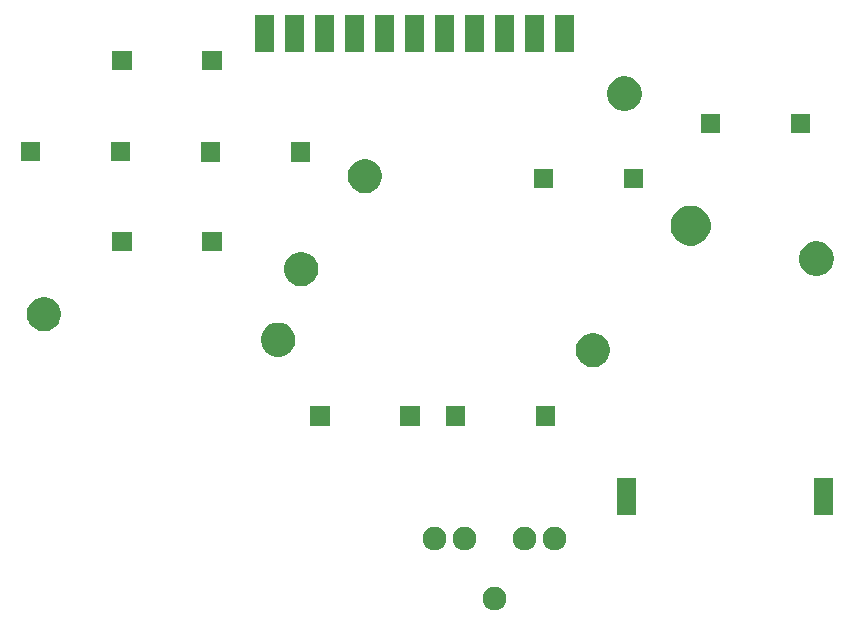
<source format=gbr>
G04 #@! TF.GenerationSoftware,KiCad,Pcbnew,5.0.2+dfsg1-1~bpo9+1*
G04 #@! TF.CreationDate,2020-07-02T14:44:30+01:00*
G04 #@! TF.ProjectId,gbc_outline_basic,6762635f-6f75-4746-9c69-6e655f626173,rev?*
G04 #@! TF.SameCoordinates,Original*
G04 #@! TF.FileFunction,Soldermask,Top*
G04 #@! TF.FilePolarity,Negative*
%FSLAX46Y46*%
G04 Gerber Fmt 4.6, Leading zero omitted, Abs format (unit mm)*
G04 Created by KiCad (PCBNEW 5.0.2+dfsg1-1~bpo9+1) date Thu 02 Jul 2020 14:44:30 BST*
%MOMM*%
%LPD*%
G01*
G04 APERTURE LIST*
%ADD10C,0.100000*%
G04 APERTURE END LIST*
D10*
G36*
X104970461Y-161429828D02*
X105152630Y-161505285D01*
X105316583Y-161614835D01*
X105456005Y-161754257D01*
X105565555Y-161918210D01*
X105641012Y-162100379D01*
X105679480Y-162293770D01*
X105679480Y-162490950D01*
X105641012Y-162684341D01*
X105565555Y-162866510D01*
X105456005Y-163030463D01*
X105316583Y-163169885D01*
X105152630Y-163279435D01*
X104970461Y-163354892D01*
X104777070Y-163393360D01*
X104579890Y-163393360D01*
X104386499Y-163354892D01*
X104204330Y-163279435D01*
X104040377Y-163169885D01*
X103900955Y-163030463D01*
X103791405Y-162866510D01*
X103715948Y-162684341D01*
X103677480Y-162490950D01*
X103677480Y-162293770D01*
X103715948Y-162100379D01*
X103791405Y-161918210D01*
X103900955Y-161754257D01*
X104040377Y-161614835D01*
X104204330Y-161505285D01*
X104386499Y-161429828D01*
X104579890Y-161391360D01*
X104777070Y-161391360D01*
X104970461Y-161429828D01*
X104970461Y-161429828D01*
G37*
G36*
X110050461Y-156349828D02*
X110232630Y-156425285D01*
X110396583Y-156534835D01*
X110536005Y-156674257D01*
X110645555Y-156838210D01*
X110721012Y-157020379D01*
X110759480Y-157213770D01*
X110759480Y-157410950D01*
X110721012Y-157604341D01*
X110645555Y-157786510D01*
X110536005Y-157950463D01*
X110396583Y-158089885D01*
X110232630Y-158199435D01*
X110050461Y-158274892D01*
X109857070Y-158313360D01*
X109659890Y-158313360D01*
X109466499Y-158274892D01*
X109284330Y-158199435D01*
X109120377Y-158089885D01*
X108980955Y-157950463D01*
X108871405Y-157786510D01*
X108795948Y-157604341D01*
X108757480Y-157410950D01*
X108757480Y-157213770D01*
X108795948Y-157020379D01*
X108871405Y-156838210D01*
X108980955Y-156674257D01*
X109120377Y-156534835D01*
X109284330Y-156425285D01*
X109466499Y-156349828D01*
X109659890Y-156311360D01*
X109857070Y-156311360D01*
X110050461Y-156349828D01*
X110050461Y-156349828D01*
G37*
G36*
X99890461Y-156349828D02*
X100072630Y-156425285D01*
X100236583Y-156534835D01*
X100376005Y-156674257D01*
X100485555Y-156838210D01*
X100561012Y-157020379D01*
X100599480Y-157213770D01*
X100599480Y-157410950D01*
X100561012Y-157604341D01*
X100485555Y-157786510D01*
X100376005Y-157950463D01*
X100236583Y-158089885D01*
X100072630Y-158199435D01*
X99890461Y-158274892D01*
X99697070Y-158313360D01*
X99499890Y-158313360D01*
X99306499Y-158274892D01*
X99124330Y-158199435D01*
X98960377Y-158089885D01*
X98820955Y-157950463D01*
X98711405Y-157786510D01*
X98635948Y-157604341D01*
X98597480Y-157410950D01*
X98597480Y-157213770D01*
X98635948Y-157020379D01*
X98711405Y-156838210D01*
X98820955Y-156674257D01*
X98960377Y-156534835D01*
X99124330Y-156425285D01*
X99306499Y-156349828D01*
X99499890Y-156311360D01*
X99697070Y-156311360D01*
X99890461Y-156349828D01*
X99890461Y-156349828D01*
G37*
G36*
X107510461Y-156349828D02*
X107692630Y-156425285D01*
X107856583Y-156534835D01*
X107996005Y-156674257D01*
X108105555Y-156838210D01*
X108181012Y-157020379D01*
X108219480Y-157213770D01*
X108219480Y-157410950D01*
X108181012Y-157604341D01*
X108105555Y-157786510D01*
X107996005Y-157950463D01*
X107856583Y-158089885D01*
X107692630Y-158199435D01*
X107510461Y-158274892D01*
X107317070Y-158313360D01*
X107119890Y-158313360D01*
X106926499Y-158274892D01*
X106744330Y-158199435D01*
X106580377Y-158089885D01*
X106440955Y-157950463D01*
X106331405Y-157786510D01*
X106255948Y-157604341D01*
X106217480Y-157410950D01*
X106217480Y-157213770D01*
X106255948Y-157020379D01*
X106331405Y-156838210D01*
X106440955Y-156674257D01*
X106580377Y-156534835D01*
X106744330Y-156425285D01*
X106926499Y-156349828D01*
X107119890Y-156311360D01*
X107317070Y-156311360D01*
X107510461Y-156349828D01*
X107510461Y-156349828D01*
G37*
G36*
X102430461Y-156349828D02*
X102612630Y-156425285D01*
X102776583Y-156534835D01*
X102916005Y-156674257D01*
X103025555Y-156838210D01*
X103101012Y-157020379D01*
X103139480Y-157213770D01*
X103139480Y-157410950D01*
X103101012Y-157604341D01*
X103025555Y-157786510D01*
X102916005Y-157950463D01*
X102776583Y-158089885D01*
X102612630Y-158199435D01*
X102430461Y-158274892D01*
X102237070Y-158313360D01*
X102039890Y-158313360D01*
X101846499Y-158274892D01*
X101664330Y-158199435D01*
X101500377Y-158089885D01*
X101360955Y-157950463D01*
X101251405Y-157786510D01*
X101175948Y-157604341D01*
X101137480Y-157410950D01*
X101137480Y-157213770D01*
X101175948Y-157020379D01*
X101251405Y-156838210D01*
X101360955Y-156674257D01*
X101500377Y-156534835D01*
X101664330Y-156425285D01*
X101846499Y-156349828D01*
X102039890Y-156311360D01*
X102237070Y-156311360D01*
X102430461Y-156349828D01*
X102430461Y-156349828D01*
G37*
G36*
X133357820Y-155320060D02*
X131731820Y-155320060D01*
X131731820Y-152218060D01*
X133357820Y-152218060D01*
X133357820Y-155320060D01*
X133357820Y-155320060D01*
G37*
G36*
X116657320Y-155320060D02*
X115031320Y-155320060D01*
X115031320Y-152218060D01*
X116657320Y-152218060D01*
X116657320Y-155320060D01*
X116657320Y-155320060D01*
G37*
G36*
X109794240Y-147736760D02*
X108168240Y-147736760D01*
X108168240Y-146110760D01*
X109794240Y-146110760D01*
X109794240Y-147736760D01*
X109794240Y-147736760D01*
G37*
G36*
X102174240Y-147736760D02*
X100548240Y-147736760D01*
X100548240Y-146110760D01*
X102174240Y-146110760D01*
X102174240Y-147736760D01*
X102174240Y-147736760D01*
G37*
G36*
X90723920Y-147731680D02*
X89097920Y-147731680D01*
X89097920Y-146105680D01*
X90723920Y-146105680D01*
X90723920Y-147731680D01*
X90723920Y-147731680D01*
G37*
G36*
X98343920Y-147731680D02*
X96717920Y-147731680D01*
X96717920Y-146105680D01*
X98343920Y-146105680D01*
X98343920Y-147731680D01*
X98343920Y-147731680D01*
G37*
G36*
X113440538Y-139953220D02*
X113440540Y-139953221D01*
X113440541Y-139953221D01*
X113704606Y-140062600D01*
X113704607Y-140062601D01*
X113942262Y-140221397D01*
X114144363Y-140423498D01*
X114144365Y-140423501D01*
X114303160Y-140661154D01*
X114412539Y-140925219D01*
X114412540Y-140925222D01*
X114468300Y-141205548D01*
X114468300Y-141491372D01*
X114417282Y-141747860D01*
X114412539Y-141771701D01*
X114303160Y-142035766D01*
X114303159Y-142035767D01*
X114144363Y-142273422D01*
X113942262Y-142475523D01*
X113942259Y-142475525D01*
X113704606Y-142634320D01*
X113440541Y-142743699D01*
X113440540Y-142743699D01*
X113440538Y-142743700D01*
X113160212Y-142799460D01*
X112874388Y-142799460D01*
X112594062Y-142743700D01*
X112594060Y-142743699D01*
X112594059Y-142743699D01*
X112329994Y-142634320D01*
X112092341Y-142475525D01*
X112092338Y-142475523D01*
X111890237Y-142273422D01*
X111731441Y-142035767D01*
X111731440Y-142035766D01*
X111622061Y-141771701D01*
X111617319Y-141747860D01*
X111566300Y-141491372D01*
X111566300Y-141205548D01*
X111622060Y-140925222D01*
X111622061Y-140925219D01*
X111731440Y-140661154D01*
X111890235Y-140423501D01*
X111890237Y-140423498D01*
X112092338Y-140221397D01*
X112329993Y-140062601D01*
X112329994Y-140062600D01*
X112594059Y-139953221D01*
X112594060Y-139953221D01*
X112594062Y-139953220D01*
X112874388Y-139897460D01*
X113160212Y-139897460D01*
X113440538Y-139953220D01*
X113440538Y-139953220D01*
G37*
G36*
X86783238Y-139066760D02*
X86783240Y-139066761D01*
X86783241Y-139066761D01*
X87047306Y-139176140D01*
X87281754Y-139332794D01*
X87284962Y-139334937D01*
X87487063Y-139537038D01*
X87487065Y-139537041D01*
X87645860Y-139774694D01*
X87719808Y-139953221D01*
X87755240Y-140038762D01*
X87791568Y-140221397D01*
X87811000Y-140319089D01*
X87811000Y-140604911D01*
X87755239Y-140885241D01*
X87645860Y-141149306D01*
X87489206Y-141383754D01*
X87487063Y-141386962D01*
X87284962Y-141589063D01*
X87284959Y-141589065D01*
X87047306Y-141747860D01*
X86783241Y-141857239D01*
X86783240Y-141857239D01*
X86783238Y-141857240D01*
X86502912Y-141913000D01*
X86217088Y-141913000D01*
X85936762Y-141857240D01*
X85936760Y-141857239D01*
X85936759Y-141857239D01*
X85672694Y-141747860D01*
X85435041Y-141589065D01*
X85435038Y-141589063D01*
X85232937Y-141386962D01*
X85230794Y-141383754D01*
X85074140Y-141149306D01*
X84964761Y-140885241D01*
X84909000Y-140604911D01*
X84909000Y-140319089D01*
X84928432Y-140221397D01*
X84964760Y-140038762D01*
X85000192Y-139953221D01*
X85074140Y-139774694D01*
X85232935Y-139537041D01*
X85232937Y-139537038D01*
X85435038Y-139334937D01*
X85438246Y-139332794D01*
X85672694Y-139176140D01*
X85936759Y-139066761D01*
X85936760Y-139066761D01*
X85936762Y-139066760D01*
X86217088Y-139011000D01*
X86502912Y-139011000D01*
X86783238Y-139066760D01*
X86783238Y-139066760D01*
G37*
G36*
X66958538Y-136905220D02*
X66958540Y-136905221D01*
X66958541Y-136905221D01*
X67222606Y-137014600D01*
X67222607Y-137014601D01*
X67460262Y-137173397D01*
X67662363Y-137375498D01*
X67662365Y-137375501D01*
X67821160Y-137613154D01*
X67930539Y-137877219D01*
X67986300Y-138157549D01*
X67986300Y-138443371D01*
X67930539Y-138723701D01*
X67821160Y-138987766D01*
X67768378Y-139066760D01*
X67662363Y-139225422D01*
X67460262Y-139427523D01*
X67460259Y-139427525D01*
X67222606Y-139586320D01*
X66958541Y-139695699D01*
X66958540Y-139695699D01*
X66958538Y-139695700D01*
X66678212Y-139751460D01*
X66392388Y-139751460D01*
X66112062Y-139695700D01*
X66112060Y-139695699D01*
X66112059Y-139695699D01*
X65847994Y-139586320D01*
X65610341Y-139427525D01*
X65610338Y-139427523D01*
X65408237Y-139225422D01*
X65302222Y-139066760D01*
X65249440Y-138987766D01*
X65140061Y-138723701D01*
X65084300Y-138443371D01*
X65084300Y-138157549D01*
X65140061Y-137877219D01*
X65249440Y-137613154D01*
X65408235Y-137375501D01*
X65408237Y-137375498D01*
X65610338Y-137173397D01*
X65847993Y-137014601D01*
X65847994Y-137014600D01*
X66112059Y-136905221D01*
X66112060Y-136905221D01*
X66112062Y-136905220D01*
X66392388Y-136849460D01*
X66678212Y-136849460D01*
X66958538Y-136905220D01*
X66958538Y-136905220D01*
G37*
G36*
X88739038Y-133095220D02*
X88739040Y-133095221D01*
X88739041Y-133095221D01*
X89003106Y-133204600D01*
X89003107Y-133204601D01*
X89240762Y-133363397D01*
X89442863Y-133565498D01*
X89442865Y-133565501D01*
X89601660Y-133803154D01*
X89711039Y-134067219D01*
X89711040Y-134067222D01*
X89766800Y-134347548D01*
X89766800Y-134633372D01*
X89716287Y-134887320D01*
X89711039Y-134913701D01*
X89601660Y-135177766D01*
X89601659Y-135177767D01*
X89442863Y-135415422D01*
X89240762Y-135617523D01*
X89240759Y-135617525D01*
X89003106Y-135776320D01*
X88739041Y-135885699D01*
X88739040Y-135885699D01*
X88739038Y-135885700D01*
X88458712Y-135941460D01*
X88172888Y-135941460D01*
X87892562Y-135885700D01*
X87892560Y-135885699D01*
X87892559Y-135885699D01*
X87628494Y-135776320D01*
X87390841Y-135617525D01*
X87390838Y-135617523D01*
X87188737Y-135415422D01*
X87029941Y-135177767D01*
X87029940Y-135177766D01*
X86920561Y-134913701D01*
X86915314Y-134887320D01*
X86864800Y-134633372D01*
X86864800Y-134347548D01*
X86920560Y-134067222D01*
X86920561Y-134067219D01*
X87029940Y-133803154D01*
X87188735Y-133565501D01*
X87188737Y-133565498D01*
X87390838Y-133363397D01*
X87628493Y-133204601D01*
X87628494Y-133204600D01*
X87892559Y-133095221D01*
X87892560Y-133095221D01*
X87892562Y-133095220D01*
X88172888Y-133039460D01*
X88458712Y-133039460D01*
X88739038Y-133095220D01*
X88739038Y-133095220D01*
G37*
G36*
X132363538Y-132206220D02*
X132363540Y-132206221D01*
X132363541Y-132206221D01*
X132627606Y-132315600D01*
X132822211Y-132445631D01*
X132865262Y-132474397D01*
X133067363Y-132676498D01*
X133067365Y-132676501D01*
X133226160Y-132914154D01*
X133301160Y-133095221D01*
X133335540Y-133178222D01*
X133391300Y-133458548D01*
X133391300Y-133744372D01*
X133379608Y-133803154D01*
X133335539Y-134024701D01*
X133226160Y-134288766D01*
X133226159Y-134288767D01*
X133067363Y-134526422D01*
X132865262Y-134728523D01*
X132865259Y-134728525D01*
X132627606Y-134887320D01*
X132363541Y-134996699D01*
X132363540Y-134996699D01*
X132363538Y-134996700D01*
X132083212Y-135052460D01*
X131797388Y-135052460D01*
X131517062Y-134996700D01*
X131517060Y-134996699D01*
X131517059Y-134996699D01*
X131252994Y-134887320D01*
X131015341Y-134728525D01*
X131015338Y-134728523D01*
X130813237Y-134526422D01*
X130654441Y-134288767D01*
X130654440Y-134288766D01*
X130545061Y-134024701D01*
X130500993Y-133803154D01*
X130489300Y-133744372D01*
X130489300Y-133458548D01*
X130545060Y-133178222D01*
X130579440Y-133095221D01*
X130654440Y-132914154D01*
X130813235Y-132676501D01*
X130813237Y-132676498D01*
X131015338Y-132474397D01*
X131058389Y-132445631D01*
X131252994Y-132315600D01*
X131517059Y-132206221D01*
X131517060Y-132206221D01*
X131517062Y-132206220D01*
X131797388Y-132150460D01*
X132083212Y-132150460D01*
X132363538Y-132206220D01*
X132363538Y-132206220D01*
G37*
G36*
X73954840Y-132984440D02*
X72328840Y-132984440D01*
X72328840Y-131358440D01*
X73954840Y-131358440D01*
X73954840Y-132984440D01*
X73954840Y-132984440D01*
G37*
G36*
X81574840Y-132984440D02*
X79948840Y-132984440D01*
X79948840Y-131358440D01*
X81574840Y-131358440D01*
X81574840Y-132984440D01*
X81574840Y-132984440D01*
G37*
G36*
X121781160Y-129174368D02*
X121781162Y-129174369D01*
X121781163Y-129174369D01*
X121895514Y-129221735D01*
X122090726Y-129302594D01*
X122369327Y-129488749D01*
X122606251Y-129725673D01*
X122792406Y-130004274D01*
X122920632Y-130313840D01*
X122986000Y-130642465D01*
X122986000Y-130977535D01*
X122920632Y-131306160D01*
X122792406Y-131615726D01*
X122606251Y-131894327D01*
X122369327Y-132131251D01*
X122090726Y-132317406D01*
X121895514Y-132398265D01*
X121781163Y-132445631D01*
X121781162Y-132445631D01*
X121781160Y-132445632D01*
X121452535Y-132511000D01*
X121117465Y-132511000D01*
X120788840Y-132445632D01*
X120788838Y-132445631D01*
X120788837Y-132445631D01*
X120674486Y-132398265D01*
X120479274Y-132317406D01*
X120200673Y-132131251D01*
X119963749Y-131894327D01*
X119777594Y-131615726D01*
X119649368Y-131306160D01*
X119584000Y-130977535D01*
X119584000Y-130642465D01*
X119649368Y-130313840D01*
X119777594Y-130004274D01*
X119963749Y-129725673D01*
X120200673Y-129488749D01*
X120479274Y-129302594D01*
X120674486Y-129221735D01*
X120788837Y-129174369D01*
X120788838Y-129174369D01*
X120788840Y-129174368D01*
X121117465Y-129109000D01*
X121452535Y-129109000D01*
X121781160Y-129174368D01*
X121781160Y-129174368D01*
G37*
G36*
X94136538Y-125221220D02*
X94136540Y-125221221D01*
X94136541Y-125221221D01*
X94400606Y-125330600D01*
X94481662Y-125384760D01*
X94638262Y-125489397D01*
X94840363Y-125691498D01*
X94840365Y-125691501D01*
X94999160Y-125929154D01*
X95108539Y-126193219D01*
X95164300Y-126473549D01*
X95164300Y-126759371D01*
X95108539Y-127039701D01*
X94999160Y-127303766D01*
X94999159Y-127303767D01*
X94840363Y-127541422D01*
X94638262Y-127743523D01*
X94638259Y-127743525D01*
X94400606Y-127902320D01*
X94136541Y-128011699D01*
X94136540Y-128011699D01*
X94136538Y-128011700D01*
X93856212Y-128067460D01*
X93570388Y-128067460D01*
X93290062Y-128011700D01*
X93290060Y-128011699D01*
X93290059Y-128011699D01*
X93025994Y-127902320D01*
X92788341Y-127743525D01*
X92788338Y-127743523D01*
X92586237Y-127541422D01*
X92427441Y-127303767D01*
X92427440Y-127303766D01*
X92318061Y-127039701D01*
X92262300Y-126759371D01*
X92262300Y-126473549D01*
X92318061Y-126193219D01*
X92427440Y-125929154D01*
X92586235Y-125691501D01*
X92586237Y-125691498D01*
X92788338Y-125489397D01*
X92944938Y-125384760D01*
X93025994Y-125330600D01*
X93290059Y-125221221D01*
X93290060Y-125221221D01*
X93290062Y-125221220D01*
X93570388Y-125165460D01*
X93856212Y-125165460D01*
X94136538Y-125221220D01*
X94136538Y-125221220D01*
G37*
G36*
X117272000Y-127660600D02*
X115646000Y-127660600D01*
X115646000Y-126034600D01*
X117272000Y-126034600D01*
X117272000Y-127660600D01*
X117272000Y-127660600D01*
G37*
G36*
X109652000Y-127660600D02*
X108026000Y-127660600D01*
X108026000Y-126034600D01*
X109652000Y-126034600D01*
X109652000Y-127660600D01*
X109652000Y-127660600D01*
G37*
G36*
X89072920Y-125384760D02*
X87446920Y-125384760D01*
X87446920Y-123758760D01*
X89072920Y-123758760D01*
X89072920Y-125384760D01*
X89072920Y-125384760D01*
G37*
G36*
X81452920Y-125384760D02*
X79826920Y-125384760D01*
X79826920Y-123758760D01*
X81452920Y-123758760D01*
X81452920Y-125384760D01*
X81452920Y-125384760D01*
G37*
G36*
X73832920Y-125374600D02*
X72206920Y-125374600D01*
X72206920Y-123748600D01*
X73832920Y-123748600D01*
X73832920Y-125374600D01*
X73832920Y-125374600D01*
G37*
G36*
X66212920Y-125374600D02*
X64586920Y-125374600D01*
X64586920Y-123748600D01*
X66212920Y-123748600D01*
X66212920Y-125374600D01*
X66212920Y-125374600D01*
G37*
G36*
X123754080Y-122961600D02*
X122128080Y-122961600D01*
X122128080Y-121335600D01*
X123754080Y-121335600D01*
X123754080Y-122961600D01*
X123754080Y-122961600D01*
G37*
G36*
X131374080Y-122961600D02*
X129748080Y-122961600D01*
X129748080Y-121335600D01*
X131374080Y-121335600D01*
X131374080Y-122961600D01*
X131374080Y-122961600D01*
G37*
G36*
X116107538Y-118236220D02*
X116107540Y-118236221D01*
X116107541Y-118236221D01*
X116371606Y-118345600D01*
X116371607Y-118345601D01*
X116609262Y-118504397D01*
X116811363Y-118706498D01*
X116811365Y-118706501D01*
X116970160Y-118944154D01*
X117079539Y-119208219D01*
X117135300Y-119488549D01*
X117135300Y-119774371D01*
X117079539Y-120054701D01*
X116970160Y-120318766D01*
X116970159Y-120318767D01*
X116811363Y-120556422D01*
X116609262Y-120758523D01*
X116609259Y-120758525D01*
X116371606Y-120917320D01*
X116107541Y-121026699D01*
X116107540Y-121026699D01*
X116107538Y-121026700D01*
X115827212Y-121082460D01*
X115541388Y-121082460D01*
X115261062Y-121026700D01*
X115261060Y-121026699D01*
X115261059Y-121026699D01*
X114996994Y-120917320D01*
X114759341Y-120758525D01*
X114759338Y-120758523D01*
X114557237Y-120556422D01*
X114398441Y-120318767D01*
X114398440Y-120318766D01*
X114289061Y-120054701D01*
X114233300Y-119774371D01*
X114233300Y-119488549D01*
X114289061Y-119208219D01*
X114398440Y-118944154D01*
X114557235Y-118706501D01*
X114557237Y-118706498D01*
X114759338Y-118504397D01*
X114996993Y-118345601D01*
X114996994Y-118345600D01*
X115261059Y-118236221D01*
X115261060Y-118236221D01*
X115261062Y-118236220D01*
X115541388Y-118180460D01*
X115827212Y-118180460D01*
X116107538Y-118236220D01*
X116107538Y-118236220D01*
G37*
G36*
X73959920Y-117627600D02*
X72333920Y-117627600D01*
X72333920Y-116001600D01*
X73959920Y-116001600D01*
X73959920Y-117627600D01*
X73959920Y-117627600D01*
G37*
G36*
X81579920Y-117627600D02*
X79953920Y-117627600D01*
X79953920Y-116001600D01*
X81579920Y-116001600D01*
X81579920Y-117627600D01*
X81579920Y-117627600D01*
G37*
G36*
X91069360Y-116089760D02*
X89443360Y-116089760D01*
X89443360Y-112987760D01*
X91069360Y-112987760D01*
X91069360Y-116089760D01*
X91069360Y-116089760D01*
G37*
G36*
X93609360Y-116089760D02*
X91983360Y-116089760D01*
X91983360Y-112987760D01*
X93609360Y-112987760D01*
X93609360Y-116089760D01*
X93609360Y-116089760D01*
G37*
G36*
X85989360Y-116089760D02*
X84363360Y-116089760D01*
X84363360Y-112987760D01*
X85989360Y-112987760D01*
X85989360Y-116089760D01*
X85989360Y-116089760D01*
G37*
G36*
X111389360Y-116084680D02*
X109763360Y-116084680D01*
X109763360Y-112982680D01*
X111389360Y-112982680D01*
X111389360Y-116084680D01*
X111389360Y-116084680D01*
G37*
G36*
X88529360Y-116084680D02*
X86903360Y-116084680D01*
X86903360Y-112982680D01*
X88529360Y-112982680D01*
X88529360Y-116084680D01*
X88529360Y-116084680D01*
G37*
G36*
X98689360Y-116084680D02*
X97063360Y-116084680D01*
X97063360Y-112982680D01*
X98689360Y-112982680D01*
X98689360Y-116084680D01*
X98689360Y-116084680D01*
G37*
G36*
X101229360Y-116084680D02*
X99603360Y-116084680D01*
X99603360Y-112982680D01*
X101229360Y-112982680D01*
X101229360Y-116084680D01*
X101229360Y-116084680D01*
G37*
G36*
X103769360Y-116084680D02*
X102143360Y-116084680D01*
X102143360Y-112982680D01*
X103769360Y-112982680D01*
X103769360Y-116084680D01*
X103769360Y-116084680D01*
G37*
G36*
X106309360Y-116084680D02*
X104683360Y-116084680D01*
X104683360Y-112982680D01*
X106309360Y-112982680D01*
X106309360Y-116084680D01*
X106309360Y-116084680D01*
G37*
G36*
X96149360Y-116084680D02*
X94523360Y-116084680D01*
X94523360Y-112982680D01*
X96149360Y-112982680D01*
X96149360Y-116084680D01*
X96149360Y-116084680D01*
G37*
G36*
X108849360Y-116084680D02*
X107223360Y-116084680D01*
X107223360Y-112982680D01*
X108849360Y-112982680D01*
X108849360Y-116084680D01*
X108849360Y-116084680D01*
G37*
M02*

</source>
